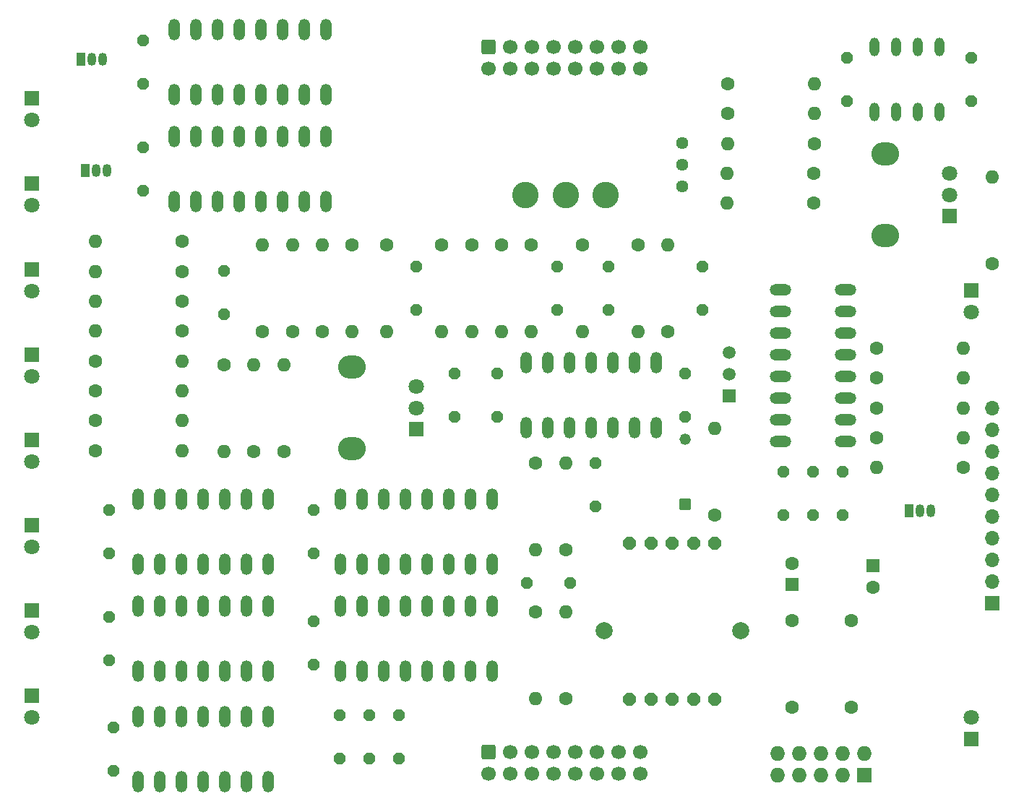
<source format=gbr>
G04 #@! TF.GenerationSoftware,KiCad,Pcbnew,(6.0.5)*
G04 #@! TF.CreationDate,2022-07-14T12:29:54-05:00*
G04 #@! TF.ProjectId,TuringMain,54757269-6e67-44d6-9169-6e2e6b696361,rev?*
G04 #@! TF.SameCoordinates,Original*
G04 #@! TF.FileFunction,Soldermask,Top*
G04 #@! TF.FilePolarity,Negative*
%FSLAX46Y46*%
G04 Gerber Fmt 4.6, Leading zero omitted, Abs format (unit mm)*
G04 Created by KiCad (PCBNEW (6.0.5)) date 2022-07-14 12:29:54*
%MOMM*%
%LPD*%
G01*
G04 APERTURE LIST*
G04 Aperture macros list*
%AMRoundRect*
0 Rectangle with rounded corners*
0 $1 Rounding radius*
0 $2 $3 $4 $5 $6 $7 $8 $9 X,Y pos of 4 corners*
0 Add a 4 corners polygon primitive as box body*
4,1,4,$2,$3,$4,$5,$6,$7,$8,$9,$2,$3,0*
0 Add four circle primitives for the rounded corners*
1,1,$1+$1,$2,$3*
1,1,$1+$1,$4,$5*
1,1,$1+$1,$6,$7*
1,1,$1+$1,$8,$9*
0 Add four rect primitives between the rounded corners*
20,1,$1+$1,$2,$3,$4,$5,0*
20,1,$1+$1,$4,$5,$6,$7,0*
20,1,$1+$1,$6,$7,$8,$9,0*
20,1,$1+$1,$8,$9,$2,$3,0*%
%AMFreePoly0*
4,1,17,0.373421,0.710921,0.710921,0.373421,0.725800,0.337500,0.725800,-0.337500,0.710921,-0.373421,0.373421,-0.710921,0.337500,-0.725800,-0.337500,-0.725800,-0.373421,-0.710921,-0.710921,-0.373421,-0.725800,-0.337500,-0.725800,0.337500,-0.710921,0.373421,-0.373421,0.710921,-0.337500,0.725800,0.337500,0.725800,0.373421,0.710921,0.373421,0.710921,$1*%
%AMFreePoly1*
4,1,17,0.340721,0.645521,0.645521,0.340721,0.660400,0.304800,0.660400,-0.304800,0.645521,-0.340721,0.340721,-0.645521,0.304800,-0.660400,-0.304800,-0.660400,-0.340721,-0.645521,-0.645521,-0.340721,-0.660400,-0.304800,-0.660400,0.304800,-0.645521,0.340721,-0.340721,0.645521,-0.304800,0.660400,0.304800,0.660400,0.340721,0.645521,0.340721,0.645521,$1*%
G04 Aperture macros list end*
%ADD10R,1.800000X1.800000*%
%ADD11C,1.800000*%
%ADD12C,3.100000*%
%ADD13C,1.440000*%
%ADD14O,3.240000X2.720000*%
%ADD15C,2.000000*%
%ADD16FreePoly0,180.000000*%
%ADD17RoundRect,0.250000X-0.600000X0.600000X-0.600000X-0.600000X0.600000X-0.600000X0.600000X0.600000X0*%
%ADD18C,1.700000*%
%ADD19C,1.600000*%
%ADD20O,1.600000X1.600000*%
%ADD21R,1.050000X1.500000*%
%ADD22O,1.050000X1.500000*%
%ADD23C,1.601600*%
%ADD24FreePoly1,270.000000*%
%ADD25R,1.727200X1.727200*%
%ADD26O,1.727200X1.727200*%
%ADD27R,1.600000X1.600000*%
%ADD28O,1.320800X2.540000*%
%ADD29RoundRect,0.050800X0.609600X-0.609600X0.609600X0.609600X-0.609600X0.609600X-0.609600X-0.609600X0*%
%ADD30C,1.320800*%
%ADD31FreePoly1,90.000000*%
%ADD32R,1.500000X1.500000*%
%ADD33C,1.500000*%
%ADD34O,2.540000X1.320800*%
%ADD35O,1.151600X2.201600*%
%ADD36R,1.700000X1.700000*%
%ADD37O,1.700000X1.700000*%
%ADD38FreePoly1,180.000000*%
G04 APERTURE END LIST*
D10*
X60000000Y-58725000D03*
D11*
X60000000Y-61265000D03*
D10*
X170000000Y-133775000D03*
D11*
X170000000Y-131235000D03*
D10*
X60000000Y-128725000D03*
D11*
X60000000Y-131265000D03*
D10*
X60000000Y-118725000D03*
D11*
X60000000Y-121265000D03*
D10*
X60000000Y-68725000D03*
D11*
X60000000Y-71265000D03*
D10*
X170000000Y-81230000D03*
D11*
X170000000Y-83770000D03*
D12*
X127200000Y-70000000D03*
X122500000Y-70000000D03*
X117800000Y-70000000D03*
D10*
X60000000Y-78725000D03*
D11*
X60000000Y-81265000D03*
D13*
X136150000Y-69040000D03*
X136150000Y-66500000D03*
X136150000Y-63960000D03*
D10*
X60000000Y-98725000D03*
D11*
X60000000Y-101265000D03*
D14*
X160000000Y-74800000D03*
X160000000Y-65200000D03*
D10*
X167500000Y-72500000D03*
D11*
X167500000Y-70000000D03*
X167500000Y-67500000D03*
D15*
X143000000Y-121100000D03*
X127000000Y-121100000D03*
D16*
X132500000Y-110850000D03*
X135000000Y-110850000D03*
X137500000Y-110850000D03*
X130000000Y-110850000D03*
X130000000Y-129150000D03*
X140000000Y-110850000D03*
X140000000Y-129150000D03*
X137500000Y-129150000D03*
X135000000Y-129150000D03*
X132500000Y-129150000D03*
D10*
X60000000Y-108725000D03*
D11*
X60000000Y-111265000D03*
D14*
X97500000Y-99800000D03*
X97500000Y-90200000D03*
D10*
X105000000Y-97500000D03*
D11*
X105000000Y-95000000D03*
X105000000Y-92500000D03*
D10*
X60000000Y-88725000D03*
D11*
X60000000Y-91265000D03*
D17*
X113460000Y-135297500D03*
D18*
X113460000Y-137837500D03*
X116000000Y-135297500D03*
X116000000Y-137837500D03*
X118540000Y-135297500D03*
X118540000Y-137837500D03*
X121080000Y-135297500D03*
X121080000Y-137837500D03*
X123620000Y-135297500D03*
X123620000Y-137837500D03*
X126160000Y-135297500D03*
X126160000Y-137837500D03*
X128700000Y-135297500D03*
X128700000Y-137837500D03*
X131240000Y-135297500D03*
X131240000Y-137837500D03*
D19*
X158920000Y-98500000D03*
D20*
X169080000Y-98500000D03*
D19*
X134500000Y-86080000D03*
D20*
X134500000Y-75920000D03*
D19*
X140000000Y-107580000D03*
D20*
X140000000Y-97420000D03*
D19*
X151580000Y-67500000D03*
D20*
X141420000Y-67500000D03*
D19*
X141500000Y-60500000D03*
D20*
X151660000Y-60500000D03*
D21*
X65730000Y-54140000D03*
D22*
X67000000Y-54140000D03*
X68270000Y-54140000D03*
D19*
X97500000Y-75920000D03*
D20*
X97500000Y-86080000D03*
D23*
X149000000Y-130080000D03*
X149000000Y-119920000D03*
D24*
X148000000Y-107540000D03*
X148000000Y-102460000D03*
D25*
X157500000Y-138000000D03*
D26*
X157500000Y-135460000D03*
X154960000Y-138000000D03*
X154960000Y-135460000D03*
X152420000Y-138000000D03*
X152420000Y-135460000D03*
X149880000Y-138000000D03*
X149880000Y-135460000D03*
X147340000Y-138000000D03*
X147340000Y-135460000D03*
D24*
X114500000Y-90960000D03*
X114500000Y-96040000D03*
D19*
X158500000Y-116000000D03*
D27*
X158500000Y-113500000D03*
D19*
X87000000Y-86080000D03*
D20*
X87000000Y-75920000D03*
D28*
X96110000Y-105690000D03*
X98650000Y-105690000D03*
X101190000Y-105690000D03*
X103730000Y-105690000D03*
X106270000Y-105690000D03*
X108810000Y-105690000D03*
X111350000Y-105690000D03*
X113890000Y-105690000D03*
X113890000Y-113310000D03*
X111350000Y-113310000D03*
X108810000Y-113310000D03*
X106270000Y-113310000D03*
X103730000Y-113310000D03*
X101190000Y-113310000D03*
X98650000Y-113310000D03*
X96110000Y-113310000D03*
D29*
X136500000Y-106310000D03*
D30*
X136500000Y-98690000D03*
D19*
X67420000Y-100000000D03*
D20*
X77580000Y-100000000D03*
D19*
X77580000Y-75500000D03*
D20*
X67420000Y-75500000D03*
D19*
X119000000Y-118920000D03*
D20*
X119000000Y-129080000D03*
D31*
X73000000Y-57040000D03*
X73000000Y-51960000D03*
D24*
X126000000Y-101460000D03*
X126000000Y-106540000D03*
D31*
X73000000Y-69540000D03*
X73000000Y-64460000D03*
D19*
X158920000Y-91500000D03*
D20*
X169080000Y-91500000D03*
D19*
X77580000Y-82500000D03*
D20*
X67420000Y-82500000D03*
D19*
X151660000Y-64000000D03*
D20*
X141500000Y-64000000D03*
D19*
X122500000Y-111580000D03*
D20*
X122500000Y-101420000D03*
D19*
X151580000Y-71000000D03*
D20*
X141420000Y-71000000D03*
D19*
X118500000Y-75920000D03*
D20*
X118500000Y-86080000D03*
D31*
X103000000Y-136040000D03*
X103000000Y-130960000D03*
D24*
X127500000Y-78460000D03*
X127500000Y-83540000D03*
D31*
X69500000Y-137540000D03*
X69500000Y-132460000D03*
D19*
X67420000Y-89500000D03*
D20*
X77580000Y-89500000D03*
D31*
X69000000Y-112040000D03*
X69000000Y-106960000D03*
X99500000Y-136040000D03*
X99500000Y-130960000D03*
D32*
X141640000Y-93540000D03*
D33*
X141640000Y-91000000D03*
X141640000Y-88460000D03*
D28*
X72380000Y-118190000D03*
X74920000Y-118190000D03*
X77460000Y-118190000D03*
X80000000Y-118190000D03*
X82540000Y-118190000D03*
X85080000Y-118190000D03*
X87620000Y-118190000D03*
X87620000Y-125810000D03*
X85080000Y-125810000D03*
X82540000Y-125810000D03*
X80000000Y-125810000D03*
X77460000Y-125810000D03*
X74920000Y-125810000D03*
X72380000Y-125810000D03*
X117880000Y-89690000D03*
X120420000Y-89690000D03*
X122960000Y-89690000D03*
X125500000Y-89690000D03*
X128040000Y-89690000D03*
X130580000Y-89690000D03*
X133120000Y-89690000D03*
X133120000Y-97310000D03*
X130580000Y-97310000D03*
X128040000Y-97310000D03*
X125500000Y-97310000D03*
X122960000Y-97310000D03*
X120420000Y-97310000D03*
X117880000Y-97310000D03*
D19*
X115000000Y-75920000D03*
D20*
X115000000Y-86080000D03*
D19*
X90500000Y-86080000D03*
D20*
X90500000Y-75920000D03*
D24*
X151500000Y-102460000D03*
X151500000Y-107540000D03*
X69000000Y-119460000D03*
X69000000Y-124540000D03*
X136500000Y-90960000D03*
X136500000Y-96040000D03*
D19*
X67420000Y-96500000D03*
D20*
X77580000Y-96500000D03*
D19*
X108000000Y-75920000D03*
D20*
X108000000Y-86080000D03*
D28*
X72380000Y-131190000D03*
X74920000Y-131190000D03*
X77460000Y-131190000D03*
X80000000Y-131190000D03*
X82540000Y-131190000D03*
X85080000Y-131190000D03*
X87620000Y-131190000D03*
X87620000Y-138810000D03*
X85080000Y-138810000D03*
X82540000Y-138810000D03*
X80000000Y-138810000D03*
X77460000Y-138810000D03*
X74920000Y-138810000D03*
X72380000Y-138810000D03*
D19*
X86000000Y-100080000D03*
D20*
X86000000Y-89920000D03*
D19*
X122500000Y-129080000D03*
D20*
X122500000Y-118920000D03*
D19*
X82500000Y-89920000D03*
D20*
X82500000Y-100080000D03*
D19*
X89500000Y-100080000D03*
D20*
X89500000Y-89920000D03*
D24*
X155500000Y-53960000D03*
X155500000Y-59040000D03*
D21*
X162730000Y-107000000D03*
D22*
X164000000Y-107000000D03*
X165270000Y-107000000D03*
D19*
X77580000Y-86000000D03*
D20*
X67420000Y-86000000D03*
D24*
X170000000Y-53960000D03*
X170000000Y-59040000D03*
D19*
X94000000Y-86080000D03*
D20*
X94000000Y-75920000D03*
D19*
X131000000Y-75920000D03*
D20*
X131000000Y-86080000D03*
D28*
X72380000Y-105690000D03*
X74920000Y-105690000D03*
X77460000Y-105690000D03*
X80000000Y-105690000D03*
X82540000Y-105690000D03*
X85080000Y-105690000D03*
X87620000Y-105690000D03*
X87620000Y-113310000D03*
X85080000Y-113310000D03*
X82540000Y-113310000D03*
X80000000Y-113310000D03*
X77460000Y-113310000D03*
X74920000Y-113310000D03*
X72380000Y-113310000D03*
D21*
X66230000Y-67140000D03*
D22*
X67500000Y-67140000D03*
X68770000Y-67140000D03*
D19*
X158920000Y-95000000D03*
D20*
X169080000Y-95000000D03*
D28*
X76610000Y-63190000D03*
X79150000Y-63190000D03*
X81690000Y-63190000D03*
X84230000Y-63190000D03*
X86770000Y-63190000D03*
X89310000Y-63190000D03*
X91850000Y-63190000D03*
X94390000Y-63190000D03*
X94390000Y-70810000D03*
X91850000Y-70810000D03*
X89310000Y-70810000D03*
X86770000Y-70810000D03*
X84230000Y-70810000D03*
X81690000Y-70810000D03*
X79150000Y-70810000D03*
X76610000Y-70810000D03*
D19*
X101500000Y-75920000D03*
D20*
X101500000Y-86080000D03*
D19*
X141500000Y-57000000D03*
D20*
X151660000Y-57000000D03*
D24*
X82500000Y-78960000D03*
X82500000Y-84040000D03*
D31*
X93000000Y-112040000D03*
X93000000Y-106960000D03*
X138500000Y-83540000D03*
X138500000Y-78460000D03*
D27*
X149000000Y-115682400D03*
D19*
X149000000Y-113182400D03*
D24*
X105000000Y-78460000D03*
X105000000Y-83540000D03*
D31*
X96000000Y-136040000D03*
X96000000Y-130960000D03*
D34*
X147690000Y-98890000D03*
X147690000Y-96350000D03*
X147690000Y-93810000D03*
X147690000Y-91270000D03*
X147690000Y-88730000D03*
X147690000Y-86190000D03*
X147690000Y-83650000D03*
X147690000Y-81110000D03*
X155310000Y-81110000D03*
X155310000Y-83650000D03*
X155310000Y-86190000D03*
X155310000Y-88730000D03*
X155310000Y-91270000D03*
X155310000Y-93810000D03*
X155310000Y-96350000D03*
X155310000Y-98890000D03*
D31*
X155000000Y-107540000D03*
X155000000Y-102460000D03*
D19*
X119000000Y-101420000D03*
D20*
X119000000Y-111580000D03*
D31*
X93000000Y-125040000D03*
X93000000Y-119960000D03*
D19*
X124500000Y-75920000D03*
D20*
X124500000Y-86080000D03*
D19*
X169080000Y-102000000D03*
D20*
X158920000Y-102000000D03*
D19*
X67420000Y-93000000D03*
D20*
X77580000Y-93000000D03*
D31*
X109500000Y-96040000D03*
X109500000Y-90960000D03*
D24*
X121500000Y-78460000D03*
X121500000Y-83540000D03*
D19*
X172500000Y-78080000D03*
D20*
X172500000Y-67920000D03*
D19*
X158920000Y-88000000D03*
D20*
X169080000Y-88000000D03*
D35*
X158690000Y-52690000D03*
X161230000Y-52690000D03*
X163770000Y-52690000D03*
X166310000Y-52690000D03*
X166310000Y-60310000D03*
X163770000Y-60310000D03*
X161230000Y-60310000D03*
X158690000Y-60310000D03*
D28*
X76610000Y-50690000D03*
X79150000Y-50690000D03*
X81690000Y-50690000D03*
X84230000Y-50690000D03*
X86770000Y-50690000D03*
X89310000Y-50690000D03*
X91850000Y-50690000D03*
X94390000Y-50690000D03*
X94390000Y-58310000D03*
X91850000Y-58310000D03*
X89310000Y-58310000D03*
X86770000Y-58310000D03*
X84230000Y-58310000D03*
X81690000Y-58310000D03*
X79150000Y-58310000D03*
X76610000Y-58310000D03*
D19*
X77580000Y-79000000D03*
D20*
X67420000Y-79000000D03*
D17*
X113460000Y-52697500D03*
D18*
X113460000Y-55237500D03*
X116000000Y-52697500D03*
X116000000Y-55237500D03*
X118540000Y-52697500D03*
X118540000Y-55237500D03*
X121080000Y-52697500D03*
X121080000Y-55237500D03*
X123620000Y-52697500D03*
X123620000Y-55237500D03*
X126160000Y-52697500D03*
X126160000Y-55237500D03*
X128700000Y-52697500D03*
X128700000Y-55237500D03*
X131240000Y-52697500D03*
X131240000Y-55237500D03*
D28*
X96110000Y-118190000D03*
X98650000Y-118190000D03*
X101190000Y-118190000D03*
X103730000Y-118190000D03*
X106270000Y-118190000D03*
X108810000Y-118190000D03*
X111350000Y-118190000D03*
X113890000Y-118190000D03*
X113890000Y-125810000D03*
X111350000Y-125810000D03*
X108810000Y-125810000D03*
X106270000Y-125810000D03*
X103730000Y-125810000D03*
X101190000Y-125810000D03*
X98650000Y-125810000D03*
X96110000Y-125810000D03*
D36*
X172500000Y-117860000D03*
D37*
X172500000Y-115320000D03*
X172500000Y-112780000D03*
X172500000Y-110240000D03*
X172500000Y-107700000D03*
X172500000Y-105160000D03*
X172500000Y-102620000D03*
X172500000Y-100080000D03*
X172500000Y-97540000D03*
X172500000Y-95000000D03*
D19*
X111500000Y-75920000D03*
D20*
X111500000Y-86080000D03*
D23*
X156000000Y-130080000D03*
X156000000Y-119920000D03*
D38*
X123040000Y-115500000D03*
X117960000Y-115500000D03*
M02*

</source>
